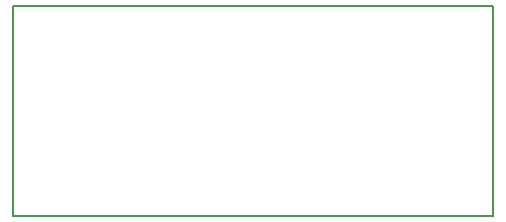
<source format=gko>
G75*
%MOIN*%
%OFA0B0*%
%FSLAX25Y25*%
%IPPOS*%
%LPD*%
%AMOC8*
5,1,8,0,0,1.08239X$1,22.5*
%
%ADD10C,0.00551*%
D10*
X0002902Y0002333D02*
X0162902Y0002333D01*
X0162902Y0072333D01*
X0002902Y0072333D01*
X0002902Y0072333D01*
X0002902Y0002333D01*
M02*

</source>
